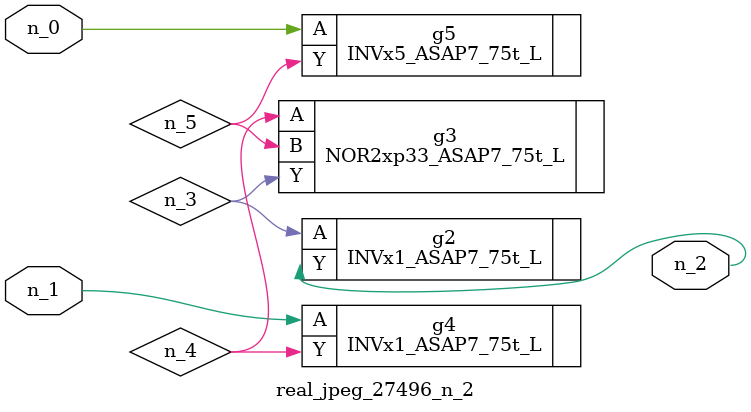
<source format=v>
module real_jpeg_27496_n_2 (n_1, n_0, n_2);

input n_1;
input n_0;

output n_2;

wire n_5;
wire n_4;
wire n_3;

INVx5_ASAP7_75t_L g5 ( 
.A(n_0),
.Y(n_5)
);

INVx1_ASAP7_75t_L g4 ( 
.A(n_1),
.Y(n_4)
);

INVx1_ASAP7_75t_L g2 ( 
.A(n_3),
.Y(n_2)
);

NOR2xp33_ASAP7_75t_L g3 ( 
.A(n_4),
.B(n_5),
.Y(n_3)
);


endmodule
</source>
